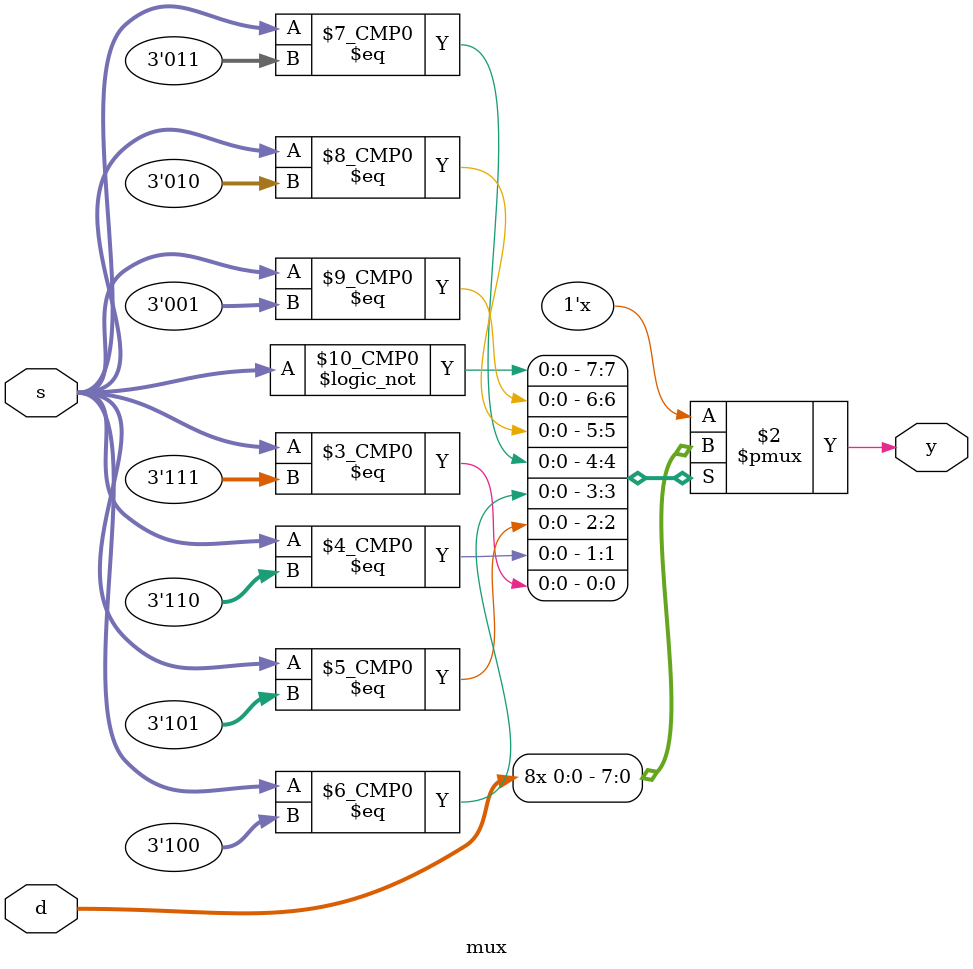
<source format=v>
module mux(d, s, y);
input [7:0]d;
input[2:0]s;
output y;
reg y;
always @(d,s)
begin
case(s)
3'b000:y=d[0];
3'b001:y=d[0];
3'b010:y=d[0];
3'b011:y=d[0];
3'b100:y=d[0];
3'b101:y=d[0];
3'b110:y=d[0];
3'b111:y=d[0];
endcase
end
endmodule
</source>
